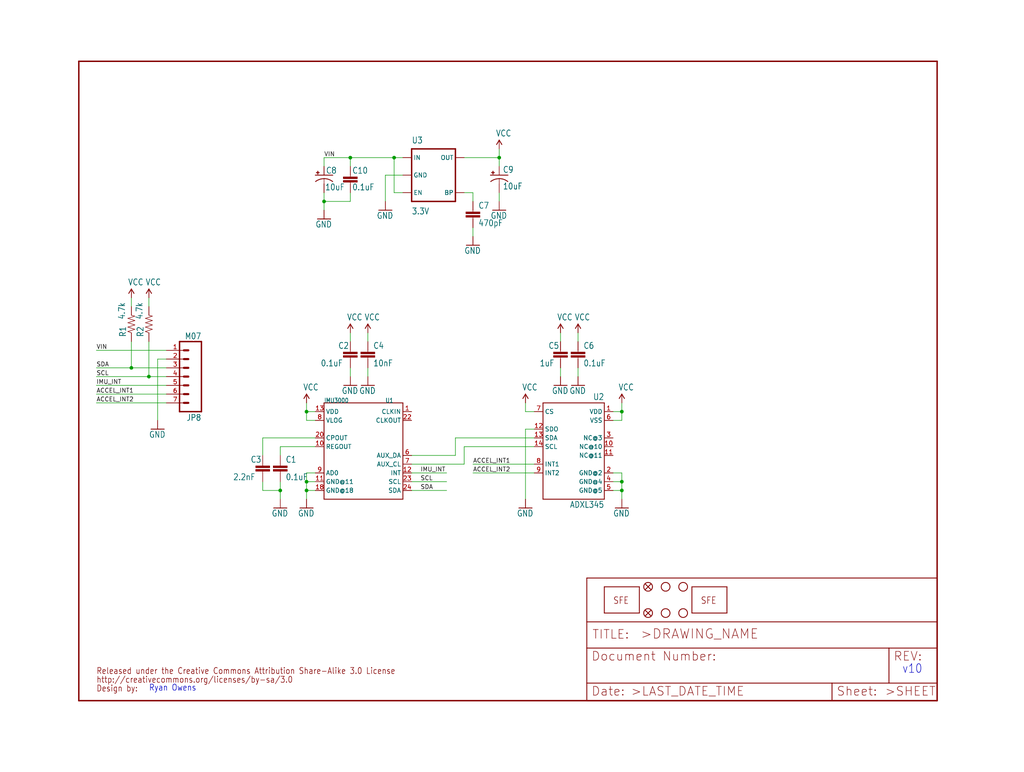
<source format=kicad_sch>
(kicad_sch (version 20211123) (generator eeschema)
  (paper "User" 297.002 223.926)
  (lib_symbols
    (symbol "eagleSchem-eagle-import:ADXL345"
      (property "Reference" "U" (at -7.62 13.462 0))
      (property "Value" "ADXL345" (at -7.62 -17.78 0))
      (symbol "ADXL345_1_0"
        (polyline (pts (xy -7.62 -15.24) (xy -7.62 12.7)) (stroke (width 0.254)))
        (polyline (pts (xy -7.62 12.7) (xy 10.16 12.7)) (stroke (width 0.254)))
        (polyline (pts (xy 10.16 -15.24) (xy -7.62 -15.24)) (stroke (width 0.254)))
        (polyline (pts (xy 10.16 12.7) (xy 10.16 -15.24)) (stroke (width 0.254)))
        (pin bidirectional line (at -10.16 10.16 0) (length 2.54) (name "VDD") (number "1"))
        (pin bidirectional line (at -10.16 0 0) (length 2.54) (name "NC@10") (number "10"))
        (pin bidirectional line (at -10.16 -2.54 0) (length 2.54) (name "NC@11") (number "11"))
        (pin bidirectional line (at 12.7 5.08 180) (length 2.54) (name "SDO") (number "12"))
        (pin bidirectional line (at 12.7 2.54 180) (length 2.54) (name "SDA") (number "13"))
        (pin bidirectional line (at 12.7 0 180) (length 2.54) (name "SCL") (number "14"))
        (pin bidirectional line (at -10.16 -7.62 0) (length 2.54) (name "GND@2") (number "2"))
        (pin bidirectional line (at -10.16 2.54 0) (length 2.54) (name "NC@3") (number "3"))
        (pin bidirectional line (at -10.16 -10.16 0) (length 2.54) (name "GND@4") (number "4"))
        (pin bidirectional line (at -10.16 -12.7 0) (length 2.54) (name "GND@5") (number "5"))
        (pin bidirectional line (at -10.16 7.62 0) (length 2.54) (name "VSS") (number "6"))
        (pin bidirectional line (at 12.7 10.16 180) (length 2.54) (name "CS") (number "7"))
        (pin bidirectional line (at 12.7 -5.08 180) (length 2.54) (name "INT1") (number "8"))
        (pin bidirectional line (at 12.7 -7.62 180) (length 2.54) (name "INT2") (number "9"))
      )
    )
    (symbol "eagleSchem-eagle-import:CAP0603-CAP"
      (property "Reference" "C" (at 1.524 2.921 0))
      (property "Value" "CAP0603-CAP" (at 1.524 -2.159 0))
      (symbol "CAP0603-CAP_1_0"
        (rectangle (start -2.032 0.508) (end 2.032 1.016) (fill (type outline)))
        (rectangle (start -2.032 1.524) (end 2.032 2.032) (fill (type outline)))
        (polyline (pts (xy 0 0) (xy 0 0.508)) (stroke (width 0.1524)))
        (polyline (pts (xy 0 2.54) (xy 0 2.032)) (stroke (width 0.1524)))
        (pin passive line (at 0 5.08 270) (length 2.54) (name "1") (number "1"))
        (pin passive line (at 0 -2.54 90) (length 2.54) (name "2") (number "2"))
      )
    )
    (symbol "eagleSchem-eagle-import:CAP_POL1206"
      (property "Reference" "C" (at 1.016 0.635 0))
      (property "Value" "CAP_POL1206" (at 1.016 -4.191 0))
      (symbol "CAP_POL1206_1_0"
        (rectangle (start -2.253 0.668) (end -1.364 0.795) (fill (type outline)))
        (rectangle (start -1.872 0.287) (end -1.745 1.176) (fill (type outline)))
        (arc (start 0 -1.0161) (mid -1.3021 -1.2302) (end -2.4669 -1.8504) (stroke (width 0.254)))
        (polyline (pts (xy -2.54 0) (xy 2.54 0)) (stroke (width 0.254)))
        (polyline (pts (xy 0 -1.016) (xy 0 -2.54)) (stroke (width 0.1524)))
        (arc (start 2.4892 -1.8542) (mid 1.3158 -1.2195) (end 0 -1) (stroke (width 0.254)))
        (pin passive line (at 0 2.54 270) (length 2.54) (name "+") (number "A"))
        (pin passive line (at 0 -5.08 90) (length 2.54) (name "-") (number "C"))
      )
    )
    (symbol "eagleSchem-eagle-import:CREATIVE_COMMONS"
      (symbol "CREATIVE_COMMONS_1_0"
        (text "Design by:" (at 0 0 0) (effects (font (size 1.778 1.5113)) (justify left bottom)))
        (text "http://creativecommons.org/licenses/by-sa/3.0" (at 0 2.54 0) (effects (font (size 1.778 1.5113)) (justify left bottom)))
        (text "Released under the Creative Commons Attribution Share-Alike 3.0 License" (at 0 5.08 0) (effects (font (size 1.778 1.5113)) (justify left bottom)))
      )
    )
    (symbol "eagleSchem-eagle-import:FIDUCIAL1X2"
      (symbol "FIDUCIAL1X2_1_0"
        (polyline (pts (xy -0.762 0.762) (xy 0.762 -0.762)) (stroke (width 0.254)))
        (polyline (pts (xy 0.762 0.762) (xy -0.762 -0.762)) (stroke (width 0.254)))
        (circle (center 0 0) (radius 1.27) (stroke (width 0.254)))
      )
    )
    (symbol "eagleSchem-eagle-import:FRAME-LETTER"
      (symbol "FRAME-LETTER_1_0"
        (polyline (pts (xy 0 0) (xy 248.92 0)) (stroke (width 0.4064)))
        (polyline (pts (xy 0 185.42) (xy 0 0)) (stroke (width 0.4064)))
        (polyline (pts (xy 0 185.42) (xy 248.92 185.42)) (stroke (width 0.4064)))
        (polyline (pts (xy 248.92 185.42) (xy 248.92 0)) (stroke (width 0.4064)))
      )
      (symbol "FRAME-LETTER_2_0"
        (polyline (pts (xy 0 0) (xy 0 5.08)) (stroke (width 0.254)))
        (polyline (pts (xy 0 0) (xy 71.12 0)) (stroke (width 0.254)))
        (polyline (pts (xy 0 5.08) (xy 0 15.24)) (stroke (width 0.254)))
        (polyline (pts (xy 0 5.08) (xy 71.12 5.08)) (stroke (width 0.254)))
        (polyline (pts (xy 0 15.24) (xy 0 22.86)) (stroke (width 0.254)))
        (polyline (pts (xy 0 22.86) (xy 0 35.56)) (stroke (width 0.254)))
        (polyline (pts (xy 0 22.86) (xy 101.6 22.86)) (stroke (width 0.254)))
        (polyline (pts (xy 71.12 0) (xy 101.6 0)) (stroke (width 0.254)))
        (polyline (pts (xy 71.12 5.08) (xy 71.12 0)) (stroke (width 0.254)))
        (polyline (pts (xy 71.12 5.08) (xy 87.63 5.08)) (stroke (width 0.254)))
        (polyline (pts (xy 87.63 5.08) (xy 101.6 5.08)) (stroke (width 0.254)))
        (polyline (pts (xy 87.63 15.24) (xy 0 15.24)) (stroke (width 0.254)))
        (polyline (pts (xy 87.63 15.24) (xy 87.63 5.08)) (stroke (width 0.254)))
        (polyline (pts (xy 101.6 5.08) (xy 101.6 0)) (stroke (width 0.254)))
        (polyline (pts (xy 101.6 15.24) (xy 87.63 15.24)) (stroke (width 0.254)))
        (polyline (pts (xy 101.6 15.24) (xy 101.6 5.08)) (stroke (width 0.254)))
        (polyline (pts (xy 101.6 22.86) (xy 101.6 15.24)) (stroke (width 0.254)))
        (polyline (pts (xy 101.6 35.56) (xy 0 35.56)) (stroke (width 0.254)))
        (polyline (pts (xy 101.6 35.56) (xy 101.6 22.86)) (stroke (width 0.254)))
        (text ">DRAWING_NAME" (at 15.494 17.78 0) (effects (font (size 2.7432 2.7432)) (justify left bottom)))
        (text ">LAST_DATE_TIME" (at 12.7 1.27 0) (effects (font (size 2.54 2.54)) (justify left bottom)))
        (text ">SHEET" (at 86.36 1.27 0) (effects (font (size 2.54 2.54)) (justify left bottom)))
        (text "Date:" (at 1.27 1.27 0) (effects (font (size 2.54 2.54)) (justify left bottom)))
        (text "Document Number:" (at 1.27 11.43 0) (effects (font (size 2.54 2.54)) (justify left bottom)))
        (text "REV:" (at 88.9 11.43 0) (effects (font (size 2.54 2.54)) (justify left bottom)))
        (text "Sheet:" (at 72.39 1.27 0) (effects (font (size 2.54 2.54)) (justify left bottom)))
        (text "TITLE:" (at 1.524 17.78 0) (effects (font (size 2.54 2.54)) (justify left bottom)))
      )
    )
    (symbol "eagleSchem-eagle-import:GND" (power)
      (property "Value" "GND" (at -2.54 -2.54 0))
      (symbol "GND_1_0"
        (polyline (pts (xy -1.905 0) (xy 1.905 0)) (stroke (width 0.254)))
        (pin power_in line (at 0 2.54 270) (length 2.54) (name "GND") (number "1"))
      )
    )
    (symbol "eagleSchem-eagle-import:IMU3000"
      (property "Reference" "U" (at 7.62 15.24 0))
      (property "Value" "IMU3000" (at -10.16 15.24 0))
      (symbol "IMU3000_1_0"
        (polyline (pts (xy -10.16 -12.7) (xy 12.7 -12.7)) (stroke (width 0.254)))
        (polyline (pts (xy -10.16 15.24) (xy -10.16 -12.7)) (stroke (width 0.254)))
        (polyline (pts (xy 12.7 -12.7) (xy 12.7 15.24)) (stroke (width 0.254)))
        (polyline (pts (xy 12.7 15.24) (xy -10.16 15.24)) (stroke (width 0.254)))
        (pin bidirectional line (at 15.24 12.7 180) (length 2.54) (name "CLKIN") (number "1"))
        (pin bidirectional line (at -12.7 2.54 0) (length 2.54) (name "REGOUT") (number "10"))
        (pin bidirectional line (at -12.7 -7.62 0) (length 2.54) (name "GND@11") (number "11"))
        (pin bidirectional line (at 15.24 -5.08 180) (length 2.54) (name "INT") (number "12"))
        (pin bidirectional line (at -12.7 12.7 0) (length 2.54) (name "VDD") (number "13"))
        (pin bidirectional line (at -12.7 -10.16 0) (length 2.54) (name "GND@18") (number "18"))
        (pin bidirectional line (at -12.7 5.08 0) (length 2.54) (name "CPOUT") (number "20"))
        (pin bidirectional line (at 15.24 10.16 180) (length 2.54) (name "CLKOUT") (number "22"))
        (pin bidirectional line (at 15.24 -7.62 180) (length 2.54) (name "SCL") (number "23"))
        (pin bidirectional line (at 15.24 -10.16 180) (length 2.54) (name "SDA") (number "24"))
        (pin bidirectional line (at 15.24 0 180) (length 2.54) (name "AUX_DA") (number "6"))
        (pin bidirectional line (at 15.24 -2.54 180) (length 2.54) (name "AUX_CL") (number "7"))
        (pin bidirectional line (at -12.7 10.16 0) (length 2.54) (name "VLOG") (number "8"))
        (pin bidirectional line (at -12.7 -5.08 0) (length 2.54) (name "AD0") (number "9"))
      )
    )
    (symbol "eagleSchem-eagle-import:LOGO-SFENEW"
      (symbol "LOGO-SFENEW_1_0"
        (polyline (pts (xy -2.54 -2.54) (xy 7.62 -2.54)) (stroke (width 0.254)))
        (polyline (pts (xy -2.54 5.08) (xy -2.54 -2.54)) (stroke (width 0.254)))
        (polyline (pts (xy 7.62 -2.54) (xy 7.62 5.08)) (stroke (width 0.254)))
        (polyline (pts (xy 7.62 5.08) (xy -2.54 5.08)) (stroke (width 0.254)))
        (text "SFE" (at 0 0 0) (effects (font (size 1.9304 1.6408)) (justify left bottom)))
      )
    )
    (symbol "eagleSchem-eagle-import:LOGO-SFESK"
      (symbol "LOGO-SFESK_1_0"
        (polyline (pts (xy -2.54 -2.54) (xy 7.62 -2.54)) (stroke (width 0.254)))
        (polyline (pts (xy -2.54 5.08) (xy -2.54 -2.54)) (stroke (width 0.254)))
        (polyline (pts (xy 7.62 -2.54) (xy 7.62 5.08)) (stroke (width 0.254)))
        (polyline (pts (xy 7.62 5.08) (xy -2.54 5.08)) (stroke (width 0.254)))
        (text "SFE" (at 0 0 0) (effects (font (size 1.9304 1.6408)) (justify left bottom)))
      )
    )
    (symbol "eagleSchem-eagle-import:M07"
      (property "Reference" "JP" (at -5.08 13.462 0))
      (property "Value" "M07" (at -5.08 -10.16 0))
      (symbol "M07_1_0"
        (polyline (pts (xy -5.08 12.7) (xy -5.08 -7.62)) (stroke (width 0.4064)))
        (polyline (pts (xy -5.08 12.7) (xy 1.27 12.7)) (stroke (width 0.4064)))
        (polyline (pts (xy -1.27 -5.08) (xy 0 -5.08)) (stroke (width 0.6096)))
        (polyline (pts (xy -1.27 -2.54) (xy 0 -2.54)) (stroke (width 0.6096)))
        (polyline (pts (xy -1.27 0) (xy 0 0)) (stroke (width 0.6096)))
        (polyline (pts (xy -1.27 2.54) (xy 0 2.54)) (stroke (width 0.6096)))
        (polyline (pts (xy -1.27 5.08) (xy 0 5.08)) (stroke (width 0.6096)))
        (polyline (pts (xy -1.27 7.62) (xy 0 7.62)) (stroke (width 0.6096)))
        (polyline (pts (xy -1.27 10.16) (xy 0 10.16)) (stroke (width 0.6096)))
        (polyline (pts (xy 1.27 -7.62) (xy -5.08 -7.62)) (stroke (width 0.4064)))
        (polyline (pts (xy 1.27 -7.62) (xy 1.27 12.7)) (stroke (width 0.4064)))
        (pin passive line (at 5.08 -5.08 180) (length 5.08) (name "1") (number "1"))
        (pin passive line (at 5.08 -2.54 180) (length 5.08) (name "2") (number "2"))
        (pin passive line (at 5.08 0 180) (length 5.08) (name "3") (number "3"))
        (pin passive line (at 5.08 2.54 180) (length 5.08) (name "4") (number "4"))
        (pin passive line (at 5.08 5.08 180) (length 5.08) (name "5") (number "5"))
        (pin passive line (at 5.08 7.62 180) (length 5.08) (name "6") (number "6"))
        (pin passive line (at 5.08 10.16 180) (length 5.08) (name "7") (number "7"))
      )
    )
    (symbol "eagleSchem-eagle-import:RESISTOR0603-RES"
      (property "Reference" "R" (at -3.81 1.4986 0))
      (property "Value" "RESISTOR0603-RES" (at -3.81 -3.302 0))
      (symbol "RESISTOR0603-RES_1_0"
        (polyline (pts (xy -2.54 0) (xy -2.159 1.016)) (stroke (width 0.1524)))
        (polyline (pts (xy -2.159 1.016) (xy -1.524 -1.016)) (stroke (width 0.1524)))
        (polyline (pts (xy -1.524 -1.016) (xy -0.889 1.016)) (stroke (width 0.1524)))
        (polyline (pts (xy -0.889 1.016) (xy -0.254 -1.016)) (stroke (width 0.1524)))
        (polyline (pts (xy -0.254 -1.016) (xy 0.381 1.016)) (stroke (width 0.1524)))
        (polyline (pts (xy 0.381 1.016) (xy 1.016 -1.016)) (stroke (width 0.1524)))
        (polyline (pts (xy 1.016 -1.016) (xy 1.651 1.016)) (stroke (width 0.1524)))
        (polyline (pts (xy 1.651 1.016) (xy 2.286 -1.016)) (stroke (width 0.1524)))
        (polyline (pts (xy 2.286 -1.016) (xy 2.54 0)) (stroke (width 0.1524)))
        (pin passive line (at -5.08 0 0) (length 2.54) (name "1") (number "1"))
        (pin passive line (at 5.08 0 180) (length 2.54) (name "2") (number "2"))
      )
    )
    (symbol "eagleSchem-eagle-import:STAND-OFF"
      (symbol "STAND-OFF_1_0"
        (circle (center 0 0) (radius 1.27) (stroke (width 0.254)))
      )
    )
    (symbol "eagleSchem-eagle-import:VCC" (power)
      (property "Value" "VCC" (at -1.016 3.556 0))
      (symbol "VCC_1_0"
        (polyline (pts (xy 0 2.54) (xy -0.762 1.27)) (stroke (width 0.254)))
        (polyline (pts (xy 0.762 1.27) (xy 0 2.54)) (stroke (width 0.254)))
        (pin power_in line (at 0 0 90) (length 2.54) (name "VCC") (number "1"))
      )
    )
    (symbol "eagleSchem-eagle-import:V_REG_LDOSMD"
      (property "Reference" "U" (at -7.62 9.144 0))
      (property "Value" "V_REG_LDOSMD" (at -7.62 -11.43 0))
      (symbol "V_REG_LDOSMD_1_0"
        (polyline (pts (xy -7.62 -7.62) (xy 5.08 -7.62)) (stroke (width 0.4064)))
        (polyline (pts (xy -7.62 7.62) (xy -7.62 -7.62)) (stroke (width 0.4064)))
        (polyline (pts (xy 5.08 -7.62) (xy 5.08 7.62)) (stroke (width 0.4064)))
        (polyline (pts (xy 5.08 7.62) (xy -7.62 7.62)) (stroke (width 0.4064)))
        (pin input line (at -10.16 5.08 0) (length 2.54) (name "IN") (number "1"))
        (pin input line (at -10.16 0 0) (length 2.54) (name "GND") (number "2"))
        (pin input line (at -10.16 -5.08 0) (length 2.54) (name "EN") (number "3"))
        (pin input line (at 7.62 -5.08 180) (length 2.54) (name "BP") (number "4"))
        (pin passive line (at 7.62 5.08 180) (length 2.54) (name "OUT") (number "5"))
      )
    )
  )
  (junction (at 88.9 142.24))
  (junction (at 43.18 109.22))
  (junction (at 144.78 45.72))
  (junction (at 180.34 119.38))
  (junction (at 101.6 45.72))
  (junction (at 180.34 142.24))
  (junction (at 88.9 119.38))
  (junction (at 38.1 106.68))
  (junction (at 180.34 139.7))
  (junction (at 93.98 58.42))
  (junction (at 114.3 45.72))
  (junction (at 88.9 139.7))
  (junction (at 81.28 142.24))
  (wire (pts (xy 177.8 119.38) (xy 180.34 119.38)))
  (wire (pts (xy 101.6 55.88) (xy 101.6 58.42)))
  (wire (pts (xy 119.38 139.7) (xy 129.54 139.7)))
  (wire (pts (xy 144.78 48.26) (xy 144.78 45.72)))
  (wire (pts (xy 180.34 142.24) (xy 180.34 144.78)))
  (wire (pts (xy 93.98 48.26) (xy 93.98 45.72)))
  (wire (pts (xy 180.34 139.7) (xy 180.34 142.24)))
  (wire (pts (xy 119.38 142.24) (xy 129.54 142.24)))
  (wire (pts (xy 111.76 50.8) (xy 111.76 58.42)))
  (wire (pts (xy 101.6 99.06) (xy 101.6 96.52)))
  (wire (pts (xy 167.64 106.68) (xy 167.64 109.22)))
  (wire (pts (xy 93.98 45.72) (xy 101.6 45.72)))
  (wire (pts (xy 132.08 132.08) (xy 132.08 127)))
  (wire (pts (xy 48.26 114.3) (xy 27.94 114.3)))
  (wire (pts (xy 180.34 121.92) (xy 180.34 119.38)))
  (wire (pts (xy 88.9 137.16) (xy 88.9 139.7)))
  (wire (pts (xy 154.94 134.62) (xy 137.16 134.62)))
  (wire (pts (xy 76.2 139.7) (xy 76.2 142.24)))
  (wire (pts (xy 91.44 127) (xy 76.2 127)))
  (wire (pts (xy 91.44 119.38) (xy 88.9 119.38)))
  (wire (pts (xy 48.26 104.14) (xy 45.72 104.14)))
  (wire (pts (xy 134.62 45.72) (xy 144.78 45.72)))
  (wire (pts (xy 152.4 119.38) (xy 152.4 116.84)))
  (wire (pts (xy 48.26 116.84) (xy 27.94 116.84)))
  (wire (pts (xy 38.1 106.68) (xy 38.1 99.06)))
  (wire (pts (xy 144.78 45.72) (xy 144.78 43.18)))
  (wire (pts (xy 45.72 104.14) (xy 45.72 121.92)))
  (wire (pts (xy 114.3 45.72) (xy 116.84 45.72)))
  (wire (pts (xy 154.94 124.46) (xy 152.4 124.46)))
  (wire (pts (xy 91.44 142.24) (xy 88.9 142.24)))
  (wire (pts (xy 137.16 55.88) (xy 137.16 58.42)))
  (wire (pts (xy 154.94 119.38) (xy 152.4 119.38)))
  (wire (pts (xy 48.26 106.68) (xy 38.1 106.68)))
  (wire (pts (xy 91.44 129.54) (xy 81.28 129.54)))
  (wire (pts (xy 91.44 121.92) (xy 88.9 121.92)))
  (wire (pts (xy 162.56 106.68) (xy 162.56 109.22)))
  (wire (pts (xy 43.18 88.9) (xy 43.18 86.36)))
  (wire (pts (xy 91.44 137.16) (xy 88.9 137.16)))
  (wire (pts (xy 48.26 109.22) (xy 43.18 109.22)))
  (wire (pts (xy 167.64 99.06) (xy 167.64 96.52)))
  (wire (pts (xy 76.2 142.24) (xy 81.28 142.24)))
  (wire (pts (xy 162.56 99.06) (xy 162.56 96.52)))
  (wire (pts (xy 119.38 132.08) (xy 132.08 132.08)))
  (wire (pts (xy 43.18 109.22) (xy 43.18 99.06)))
  (wire (pts (xy 114.3 55.88) (xy 114.3 45.72)))
  (wire (pts (xy 48.26 101.6) (xy 27.94 101.6)))
  (wire (pts (xy 101.6 58.42) (xy 93.98 58.42)))
  (wire (pts (xy 134.62 55.88) (xy 137.16 55.88)))
  (wire (pts (xy 154.94 137.16) (xy 137.16 137.16)))
  (wire (pts (xy 119.38 134.62) (xy 134.62 134.62)))
  (wire (pts (xy 88.9 139.7) (xy 88.9 142.24)))
  (wire (pts (xy 91.44 139.7) (xy 88.9 139.7)))
  (wire (pts (xy 132.08 127) (xy 154.94 127)))
  (wire (pts (xy 93.98 55.88) (xy 93.98 58.42)))
  (wire (pts (xy 152.4 124.46) (xy 152.4 144.78)))
  (wire (pts (xy 101.6 48.26) (xy 101.6 45.72)))
  (wire (pts (xy 134.62 134.62) (xy 134.62 129.54)))
  (wire (pts (xy 137.16 66.04) (xy 137.16 68.58)))
  (wire (pts (xy 144.78 58.42) (xy 144.78 55.88)))
  (wire (pts (xy 119.38 137.16) (xy 129.54 137.16)))
  (wire (pts (xy 81.28 144.78) (xy 81.28 142.24)))
  (wire (pts (xy 76.2 127) (xy 76.2 132.08)))
  (wire (pts (xy 43.18 109.22) (xy 27.94 109.22)))
  (wire (pts (xy 101.6 109.22) (xy 101.6 106.68)))
  (wire (pts (xy 177.8 142.24) (xy 180.34 142.24)))
  (wire (pts (xy 38.1 88.9) (xy 38.1 86.36)))
  (wire (pts (xy 177.8 139.7) (xy 180.34 139.7)))
  (wire (pts (xy 116.84 50.8) (xy 111.76 50.8)))
  (wire (pts (xy 106.68 109.22) (xy 106.68 106.68)))
  (wire (pts (xy 81.28 142.24) (xy 81.28 139.7)))
  (wire (pts (xy 177.8 121.92) (xy 180.34 121.92)))
  (wire (pts (xy 38.1 106.68) (xy 27.94 106.68)))
  (wire (pts (xy 134.62 129.54) (xy 154.94 129.54)))
  (wire (pts (xy 48.26 111.76) (xy 27.94 111.76)))
  (wire (pts (xy 88.9 121.92) (xy 88.9 119.38)))
  (wire (pts (xy 88.9 142.24) (xy 88.9 144.78)))
  (wire (pts (xy 180.34 119.38) (xy 180.34 116.84)))
  (wire (pts (xy 93.98 58.42) (xy 93.98 60.96)))
  (wire (pts (xy 180.34 137.16) (xy 180.34 139.7)))
  (wire (pts (xy 106.68 99.06) (xy 106.68 96.52)))
  (wire (pts (xy 177.8 137.16) (xy 180.34 137.16)))
  (wire (pts (xy 101.6 45.72) (xy 114.3 45.72)))
  (wire (pts (xy 116.84 55.88) (xy 114.3 55.88)))
  (wire (pts (xy 81.28 129.54) (xy 81.28 132.08)))
  (wire (pts (xy 88.9 119.38) (xy 88.9 116.84)))
  (text "v10" (at 261.62 195.58 180) (effects (font (size 2.54 2.159)) (justify left bottom)))
  (text "Ryan Owens" (at 43.18 200.66 180) (effects (font (size 1.778 1.5113)) (justify left bottom)))
  (label "ACCEL_INT2" (at 137.16 137.16 0) (effects (font (size 1.2446 1.2446))))
  (label "ACCEL_INT1" (at 137.16 134.62 0) (effects (font (size 1.2446 1.2446))))
  (label "VIN" (at 27.94 101.6 0) (effects (font (size 1.2446 1.2446))))
  (label "IMU_INT" (at 27.94 111.76 0) (effects (font (size 1.2446 1.2446))))
  (label "SDA" (at 27.94 106.68 0) (effects (font (size 1.2446 1.2446))))
  (label "ACCEL_INT2" (at 27.94 116.84 0) (effects (font (size 1.2446 1.2446))))
  (label "ACCEL_INT1" (at 27.94 114.3 0) (effects (font (size 1.2446 1.2446))))
  (label "SDA" (at 121.92 142.24 0) (effects (font (size 1.2446 1.2446))))
  (label "SCL" (at 27.94 109.22 0) (effects (font (size 1.2446 1.2446))))
  (label "SCL" (at 121.92 139.7 0) (effects (font (size 1.2446 1.2446))))
  (label "VIN" (at 93.98 45.72 0) (effects (font (size 1.2446 1.2446))))
  (label "IMU_INT" (at 121.92 137.16 0) (effects (font (size 1.2446 1.2446))))
  (symbol (lib_id "eagleSchem-eagle-import:VCC") (at 144.78 43.18 0) (unit 1)
    (property "Reference" "#P+1" (effects hide))
    (property "Value" "VCC" (at 143.764 39.624 0) (effects (font (size 1.778 1.5113)) (justify left bottom)))
    (property "Footprint" "eagleSchem:" (effects hide))
  )
  (symbol (lib_id "eagleSchem-eagle-import:ADXL345") (at 167.64 129.54 0) (mirror y) (unit 1)
    (property "Reference" "U2" (at 175.26 116.078 0) (effects (font (size 1.778 1.5113)) (justify left bottom)))
    (property "Value" "ADXL345" (at 175.26 147.32 0) (effects (font (size 1.778 1.5113)) (justify left bottom)))
    (property "Footprint" "eagleSchem:LGA14" (effects hide))
  )
  (symbol (lib_id "eagleSchem-eagle-import:CAP0603-CAP") (at 101.6 104.14 0) (unit 1)
    (property "Reference" "C2" (at 98.044 101.219 0) (effects (font (size 1.778 1.5113)) (justify left bottom)))
    (property "Value" "0.1uF" (at 92.964 106.299 0) (effects (font (size 1.778 1.5113)) (justify left bottom)))
    (property "Footprint" "eagleSchem:0603-CAP" (effects hide))
  )
  (symbol (lib_id "eagleSchem-eagle-import:CAP0603-CAP") (at 106.68 104.14 0) (unit 1)
    (property "Reference" "C4" (at 108.204 101.219 0) (effects (font (size 1.778 1.5113)) (justify left bottom)))
    (property "Value" "10nF" (at 108.204 106.299 0) (effects (font (size 1.778 1.5113)) (justify left bottom)))
    (property "Footprint" "eagleSchem:0603-CAP" (effects hide))
  )
  (symbol (lib_id "eagleSchem-eagle-import:CAP0603-CAP") (at 101.6 53.34 0) (unit 1)
    (property "Reference" "C10" (at 102.108 50.419 0) (effects (font (size 1.778 1.5113)) (justify left bottom)))
    (property "Value" "0.1uF" (at 102.108 55.245 0) (effects (font (size 1.778 1.5113)) (justify left bottom)))
    (property "Footprint" "eagleSchem:0603-CAP" (effects hide))
  )
  (symbol (lib_id "eagleSchem-eagle-import:STAND-OFF") (at 193.04 177.8 0) (unit 1)
    (property "Reference" "JP5" (effects hide))
    (property "Value" "STAND-OFF" (effects hide))
    (property "Footprint" "eagleSchem:STAND-OFF" (effects hide))
  )
  (symbol (lib_id "eagleSchem-eagle-import:STAND-OFF") (at 198.12 177.8 0) (unit 1)
    (property "Reference" "JP6" (effects hide))
    (property "Value" "STAND-OFF" (effects hide))
    (property "Footprint" "eagleSchem:STAND-OFF" (effects hide))
  )
  (symbol (lib_id "eagleSchem-eagle-import:VCC") (at 180.34 116.84 0) (unit 1)
    (property "Reference" "#P+3" (effects hide))
    (property "Value" "VCC" (at 179.324 113.284 0) (effects (font (size 1.778 1.5113)) (justify left bottom)))
    (property "Footprint" "eagleSchem:" (effects hide))
  )
  (symbol (lib_id "eagleSchem-eagle-import:GND") (at 81.28 147.32 0) (unit 1)
    (property "Reference" "#GND10" (effects hide))
    (property "Value" "GND" (at 78.74 149.86 0) (effects (font (size 1.778 1.5113)) (justify left bottom)))
    (property "Footprint" "eagleSchem:" (effects hide))
  )
  (symbol (lib_id "eagleSchem-eagle-import:VCC") (at 106.68 96.52 0) (unit 1)
    (property "Reference" "#P+9" (effects hide))
    (property "Value" "VCC" (at 105.664 92.964 0) (effects (font (size 1.778 1.5113)) (justify left bottom)))
    (property "Footprint" "eagleSchem:" (effects hide))
  )
  (symbol (lib_id "eagleSchem-eagle-import:GND") (at 180.34 147.32 0) (unit 1)
    (property "Reference" "#GND5" (effects hide))
    (property "Value" "GND" (at 177.8 149.86 0) (effects (font (size 1.778 1.5113)) (justify left bottom)))
    (property "Footprint" "eagleSchem:" (effects hide))
  )
  (symbol (lib_id "eagleSchem-eagle-import:VCC") (at 88.9 116.84 0) (unit 1)
    (property "Reference" "#P+2" (effects hide))
    (property "Value" "VCC" (at 87.884 113.284 0) (effects (font (size 1.778 1.5113)) (justify left bottom)))
    (property "Footprint" "eagleSchem:" (effects hide))
  )
  (symbol (lib_id "eagleSchem-eagle-import:GND") (at 101.6 111.76 0) (unit 1)
    (property "Reference" "#GND11" (effects hide))
    (property "Value" "GND" (at 99.06 114.3 0) (effects (font (size 1.778 1.5113)) (justify left bottom)))
    (property "Footprint" "eagleSchem:" (effects hide))
  )
  (symbol (lib_id "eagleSchem-eagle-import:FRAME-LETTER") (at 22.86 203.2 0) (unit 1)
    (property "Reference" "#FRAME1" (effects hide))
    (property "Value" "FRAME-LETTER" (effects hide))
    (property "Footprint" "eagleSchem:" (effects hide))
  )
  (symbol (lib_id "eagleSchem-eagle-import:GND") (at 93.98 63.5 0) (unit 1)
    (property "Reference" "#GND8" (effects hide))
    (property "Value" "GND" (at 91.44 66.04 0) (effects (font (size 1.778 1.5113)) (justify left bottom)))
    (property "Footprint" "eagleSchem:" (effects hide))
  )
  (symbol (lib_id "eagleSchem-eagle-import:GND") (at 111.76 60.96 0) (unit 1)
    (property "Reference" "#GND2" (effects hide))
    (property "Value" "GND" (at 109.22 63.5 0) (effects (font (size 1.778 1.5113)) (justify left bottom)))
    (property "Footprint" "eagleSchem:" (effects hide))
  )
  (symbol (lib_id "eagleSchem-eagle-import:CREATIVE_COMMONS") (at 27.94 200.66 0) (unit 1)
    (property "Reference" "U$1" (effects hide))
    (property "Value" "CREATIVE_COMMONS" (effects hide))
    (property "Footprint" "eagleSchem:CREATIVE_COMMONS" (effects hide))
  )
  (symbol (lib_id "eagleSchem-eagle-import:IMU3000") (at 104.14 132.08 0) (unit 1)
    (property "Reference" "U1" (at 111.76 116.84 0) (effects (font (size 1.27 1.0795)) (justify left bottom)))
    (property "Value" "IMU3000" (at 93.98 116.84 0) (effects (font (size 1.27 1.0795)) (justify left bottom)))
    (property "Footprint" "eagleSchem:QFN-24" (effects hide))
  )
  (symbol (lib_id "eagleSchem-eagle-import:VCC") (at 167.64 96.52 0) (unit 1)
    (property "Reference" "#P+8" (effects hide))
    (property "Value" "VCC" (at 166.624 92.964 0) (effects (font (size 1.778 1.5113)) (justify left bottom)))
    (property "Footprint" "eagleSchem:" (effects hide))
  )
  (symbol (lib_id "eagleSchem-eagle-import:CAP0603-CAP") (at 81.28 137.16 0) (unit 1)
    (property "Reference" "C1" (at 82.804 134.239 0) (effects (font (size 1.778 1.5113)) (justify left bottom)))
    (property "Value" "0.1uF" (at 82.804 139.319 0) (effects (font (size 1.778 1.5113)) (justify left bottom)))
    (property "Footprint" "eagleSchem:0603-CAP" (effects hide))
  )
  (symbol (lib_id "eagleSchem-eagle-import:GND") (at 88.9 147.32 0) (unit 1)
    (property "Reference" "#GND3" (effects hide))
    (property "Value" "GND" (at 86.36 149.86 0) (effects (font (size 1.778 1.5113)) (justify left bottom)))
    (property "Footprint" "eagleSchem:" (effects hide))
  )
  (symbol (lib_id "eagleSchem-eagle-import:CAP0603-CAP") (at 76.2 137.16 0) (unit 1)
    (property "Reference" "C3" (at 72.644 134.239 0) (effects (font (size 1.778 1.5113)) (justify left bottom)))
    (property "Value" "2.2nF" (at 67.564 139.319 0) (effects (font (size 1.778 1.5113)) (justify left bottom)))
    (property "Footprint" "eagleSchem:0603-CAP" (effects hide))
  )
  (symbol (lib_id "eagleSchem-eagle-import:FIDUCIAL1X2") (at 187.96 177.8 0) (unit 1)
    (property "Reference" "JP3" (effects hide))
    (property "Value" "FIDUCIAL1X2" (effects hide))
    (property "Footprint" "eagleSchem:FIDUCIAL-1X2" (effects hide))
  )
  (symbol (lib_id "eagleSchem-eagle-import:CAP_POL1206") (at 93.98 50.8 0) (unit 1)
    (property "Reference" "C8" (at 94.488 50.419 0) (effects (font (size 1.778 1.5113)) (justify left bottom)))
    (property "Value" "10uF" (at 94.234 55.245 0) (effects (font (size 1.778 1.5113)) (justify left bottom)))
    (property "Footprint" "eagleSchem:EIA3216" (effects hide))
  )
  (symbol (lib_id "eagleSchem-eagle-import:V_REG_LDOSMD") (at 127 50.8 0) (unit 1)
    (property "Reference" "U3" (at 119.38 41.656 0) (effects (font (size 1.778 1.5113)) (justify left bottom)))
    (property "Value" "3.3V" (at 119.38 62.23 0) (effects (font (size 1.778 1.5113)) (justify left bottom)))
    (property "Footprint" "eagleSchem:SOT23-5" (effects hide))
  )
  (symbol (lib_id "eagleSchem-eagle-import:VCC") (at 162.56 96.52 0) (unit 1)
    (property "Reference" "#P+6" (effects hide))
    (property "Value" "VCC" (at 161.544 92.964 0) (effects (font (size 1.778 1.5113)) (justify left bottom)))
    (property "Footprint" "eagleSchem:" (effects hide))
  )
  (symbol (lib_id "eagleSchem-eagle-import:STAND-OFF") (at 193.04 170.18 0) (unit 1)
    (property "Reference" "JP4" (effects hide))
    (property "Value" "STAND-OFF" (effects hide))
    (property "Footprint" "eagleSchem:STAND-OFF" (effects hide))
  )
  (symbol (lib_id "eagleSchem-eagle-import:CAP0603-CAP") (at 137.16 63.5 0) (unit 1)
    (property "Reference" "C7" (at 138.684 60.579 0) (effects (font (size 1.778 1.5113)) (justify left bottom)))
    (property "Value" "470pF" (at 138.684 65.659 0) (effects (font (size 1.778 1.5113)) (justify left bottom)))
    (property "Footprint" "eagleSchem:0603-CAP" (effects hide))
  )
  (symbol (lib_id "eagleSchem-eagle-import:FIDUCIAL1X2") (at 187.96 170.18 0) (unit 1)
    (property "Reference" "JP2" (effects hide))
    (property "Value" "FIDUCIAL1X2" (effects hide))
    (property "Footprint" "eagleSchem:FIDUCIAL-1X2" (effects hide))
  )
  (symbol (lib_id "eagleSchem-eagle-import:GND") (at 137.16 71.12 0) (unit 1)
    (property "Reference" "#GND4" (effects hide))
    (property "Value" "GND" (at 134.62 73.66 0) (effects (font (size 1.778 1.5113)) (justify left bottom)))
    (property "Footprint" "eagleSchem:" (effects hide))
  )
  (symbol (lib_id "eagleSchem-eagle-import:GND") (at 152.4 147.32 0) (unit 1)
    (property "Reference" "#GND13" (effects hide))
    (property "Value" "GND" (at 149.86 149.86 0) (effects (font (size 1.778 1.5113)) (justify left bottom)))
    (property "Footprint" "eagleSchem:" (effects hide))
  )
  (symbol (lib_id "eagleSchem-eagle-import:CAP0603-CAP") (at 162.56 104.14 0) (unit 1)
    (property "Reference" "C5" (at 159.004 101.219 0) (effects (font (size 1.778 1.5113)) (justify left bottom)))
    (property "Value" "1uF" (at 156.464 106.299 0) (effects (font (size 1.778 1.5113)) (justify left bottom)))
    (property "Footprint" "eagleSchem:0603-CAP" (effects hide))
  )
  (symbol (lib_id "eagleSchem-eagle-import:M07") (at 53.34 106.68 180) (unit 1)
    (property "Reference" "JP8" (at 58.42 120.142 0) (effects (font (size 1.778 1.5113)) (justify left bottom)))
    (property "Value" "M07" (at 58.42 96.52 0) (effects (font (size 1.778 1.5113)) (justify left bottom)))
    (property "Footprint" "eagleSchem:1X07" (effects hide))
  )
  (symbol (lib_id "eagleSchem-eagle-import:CAP0603-CAP") (at 167.64 104.14 0) (unit 1)
    (property "Reference" "C6" (at 169.164 101.219 0) (effects (font (size 1.778 1.5113)) (justify left bottom)))
    (property "Value" "0.1uF" (at 169.164 106.299 0) (effects (font (size 1.778 1.5113)) (justify left bottom)))
    (property "Footprint" "eagleSchem:0603-CAP" (effects hide))
  )
  (symbol (lib_id "eagleSchem-eagle-import:LOGO-SFESK") (at 203.2 175.26 0) (unit 1)
    (property "Reference" "JP9" (effects hide))
    (property "Value" "LOGO-SFESK" (effects hide))
    (property "Footprint" "eagleSchem:SFE-LOGO-FLAME" (effects hide))
  )
  (symbol (lib_id "eagleSchem-eagle-import:CAP_POL1206") (at 144.78 50.8 0) (unit 1)
    (property "Reference" "C9" (at 145.796 50.165 0) (effects (font (size 1.778 1.5113)) (justify left bottom)))
    (property "Value" "10uF" (at 145.796 54.991 0) (effects (font (size 1.778 1.5113)) (justify left bottom)))
    (property "Footprint" "eagleSchem:EIA3216" (effects hide))
  )
  (symbol (lib_id "eagleSchem-eagle-import:GND") (at 167.64 111.76 0) (unit 1)
    (property "Reference" "#GND9" (effects hide))
    (property "Value" "GND" (at 165.1 114.3 0) (effects (font (size 1.778 1.5113)) (justify left bottom)))
    (property "Footprint" "eagleSchem:" (effects hide))
  )
  (symbol (lib_id "eagleSchem-eagle-import:FRAME-LETTER") (at 170.18 203.2 0) (unit 2)
    (property "Reference" "#FRAME1" (effects hide))
    (property "Value" "FRAME-LETTER" (effects hide))
    (property "Footprint" "eagleSchem:" (effects hide))
  )
  (symbol (lib_id "eagleSchem-eagle-import:RESISTOR0603-RES") (at 43.18 93.98 90) (unit 1)
    (property "Reference" "R2" (at 41.6814 97.79 0) (effects (font (size 1.778 1.5113)) (justify left bottom)))
    (property "Value" "4.7k" (at 41.402 92.71 0) (effects (font (size 1.778 1.5113)) (justify left bottom)))
    (property "Footprint" "eagleSchem:0603-RES" (effects hide))
  )
  (symbol (lib_id "eagleSchem-eagle-import:GND") (at 162.56 111.76 0) (unit 1)
    (property "Reference" "#GND7" (effects hide))
    (property "Value" "GND" (at 160.02 114.3 0) (effects (font (size 1.778 1.5113)) (justify left bottom)))
    (property "Footprint" "eagleSchem:" (effects hide))
  )
  (symbol (lib_id "eagleSchem-eagle-import:VCC") (at 43.18 86.36 0) (unit 1)
    (property "Reference" "#P+5" (effects hide))
    (property "Value" "VCC" (at 42.164 82.804 0) (effects (font (size 1.778 1.5113)) (justify left bottom)))
    (property "Footprint" "eagleSchem:" (effects hide))
  )
  (symbol (lib_id "eagleSchem-eagle-import:RESISTOR0603-RES") (at 38.1 93.98 90) (unit 1)
    (property "Reference" "R1" (at 36.6014 97.79 0) (effects (font (size 1.778 1.5113)) (justify left bottom)))
    (property "Value" "4.7k" (at 36.322 92.71 0) (effects (font (size 1.778 1.5113)) (justify left bottom)))
    (property "Footprint" "eagleSchem:0603-RES" (effects hide))
  )
  (symbol (lib_id "eagleSchem-eagle-import:VCC") (at 101.6 96.52 0) (unit 1)
    (property "Reference" "#P+7" (effects hide))
    (property "Value" "VCC" (at 100.584 92.964 0) (effects (font (size 1.778 1.5113)) (justify left bottom)))
    (property "Footprint" "eagleSchem:" (effects hide))
  )
  (symbol (lib_id "eagleSchem-eagle-import:LOGO-SFENEW") (at 177.8 175.26 0) (unit 1)
    (property "Reference" "JP1" (effects hide))
    (property "Value" "LOGO-SFENEW" (effects hide))
    (property "Footprint" "eagleSchem:SFE-NEW-WEBLOGO" (effects hide))
  )
  (symbol (lib_id "eagleSchem-eagle-import:VCC") (at 152.4 116.84 0) (unit 1)
    (property "Reference" "#P+10" (effects hide))
    (property "Value" "VCC" (at 151.384 113.284 0) (effects (font (size 1.778 1.5113)) (justify left bottom)))
    (property "Footprint" "eagleSchem:" (effects hide))
  )
  (symbol (lib_id "eagleSchem-eagle-import:GND") (at 106.68 111.76 0) (unit 1)
    (property "Reference" "#GND12" (effects hide))
    (property "Value" "GND" (at 104.14 114.3 0) (effects (font (size 1.778 1.5113)) (justify left bottom)))
    (property "Footprint" "eagleSchem:" (effects hide))
  )
  (symbol (lib_id "eagleSchem-eagle-import:GND") (at 45.72 124.46 0) (unit 1)
    (property "Reference" "#GND1" (effects hide))
    (property "Value" "GND" (at 43.18 127 0) (effects (font (size 1.778 1.5113)) (justify left bottom)))
    (property "Footprint" "eagleSchem:" (effects hide))
  )
  (symbol (lib_id "eagleSchem-eagle-import:STAND-OFF") (at 198.12 170.18 0) (unit 1)
    (property "Reference" "JP7" (effects hide))
    (property "Value" "STAND-OFF" (effects hide))
    (property "Footprint" "eagleSchem:STAND-OFF" (effects hide))
  )
  (symbol (lib_id "eagleSchem-eagle-import:VCC") (at 38.1 86.36 0) (unit 1)
    (property "Reference" "#P+4" (effects hide))
    (property "Value" "VCC" (at 37.084 82.804 0) (effects (font (size 1.778 1.5113)) (justify left bottom)))
    (property "Footprint" "eagleSchem:" (effects hide))
  )
  (symbol (lib_id "eagleSchem-eagle-import:GND") (at 144.78 60.96 0) (unit 1)
    (property "Reference" "#GND6" (effects hide))
    (property "Value" "GND" (at 142.24 63.5 0) (effects (font (size 1.778 1.5113)) (justify left bottom)))
    (property "Footprint" "eagleSchem:" (effects hide))
  )
)
</source>
